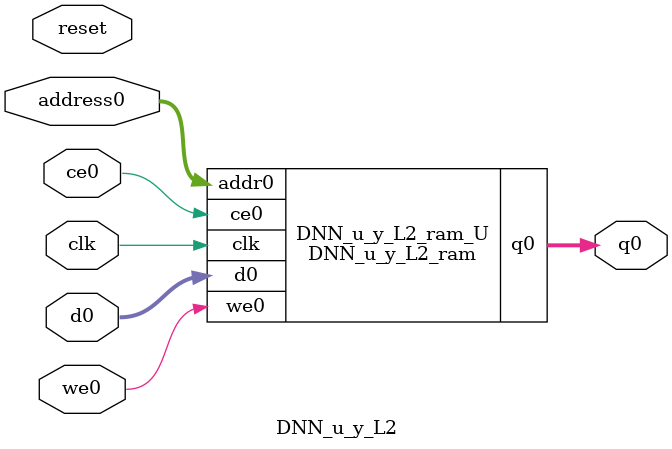
<source format=v>
`timescale 1 ns / 1 ps
module DNN_u_y_L2_ram (addr0, ce0, d0, we0, q0,  clk);

parameter DWIDTH = 32;
parameter AWIDTH = 6;
parameter MEM_SIZE = 52;

input[AWIDTH-1:0] addr0;
input ce0;
input[DWIDTH-1:0] d0;
input we0;
output reg[DWIDTH-1:0] q0;
input clk;

(* ram_style = "block" *)reg [DWIDTH-1:0] ram[0:MEM_SIZE-1];




always @(posedge clk)  
begin 
    if (ce0) 
    begin
        if (we0) 
        begin 
            ram[addr0] <= d0; 
        end 
        q0 <= ram[addr0];
    end
end


endmodule

`timescale 1 ns / 1 ps
module DNN_u_y_L2(
    reset,
    clk,
    address0,
    ce0,
    we0,
    d0,
    q0);

parameter DataWidth = 32'd32;
parameter AddressRange = 32'd52;
parameter AddressWidth = 32'd6;
input reset;
input clk;
input[AddressWidth - 1:0] address0;
input ce0;
input we0;
input[DataWidth - 1:0] d0;
output[DataWidth - 1:0] q0;



DNN_u_y_L2_ram DNN_u_y_L2_ram_U(
    .clk( clk ),
    .addr0( address0 ),
    .ce0( ce0 ),
    .we0( we0 ),
    .d0( d0 ),
    .q0( q0 ));

endmodule


</source>
